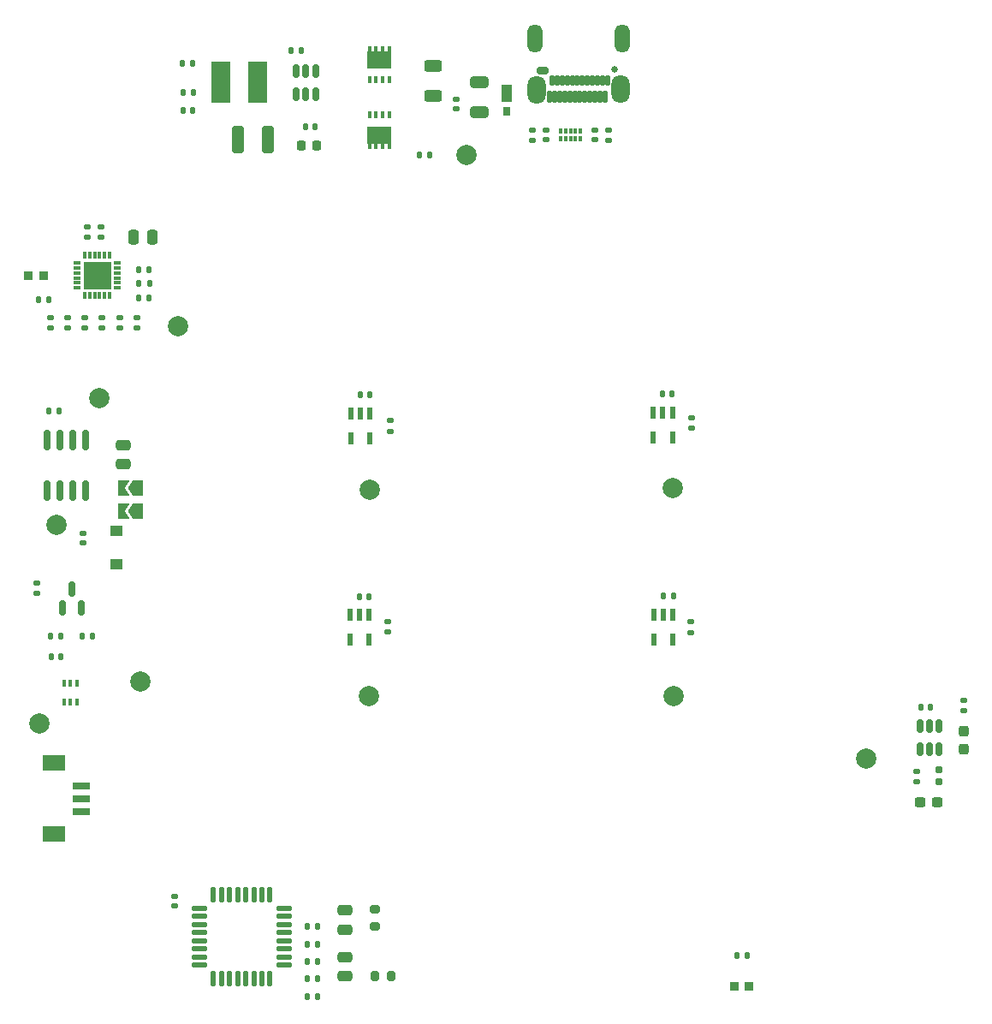
<source format=gbr>
%TF.GenerationSoftware,KiCad,Pcbnew,7.0.2*%
%TF.CreationDate,2024-06-02T17:27:24+02:00*%
%TF.ProjectId,Podgrzewacz,506f6467-727a-4657-9761-637a2e6b6963,rev?*%
%TF.SameCoordinates,Original*%
%TF.FileFunction,Soldermask,Top*%
%TF.FilePolarity,Negative*%
%FSLAX46Y46*%
G04 Gerber Fmt 4.6, Leading zero omitted, Abs format (unit mm)*
G04 Created by KiCad (PCBNEW 7.0.2) date 2024-06-02 17:27:24*
%MOMM*%
%LPD*%
G01*
G04 APERTURE LIST*
G04 Aperture macros list*
%AMRoundRect*
0 Rectangle with rounded corners*
0 $1 Rounding radius*
0 $2 $3 $4 $5 $6 $7 $8 $9 X,Y pos of 4 corners*
0 Add a 4 corners polygon primitive as box body*
4,1,4,$2,$3,$4,$5,$6,$7,$8,$9,$2,$3,0*
0 Add four circle primitives for the rounded corners*
1,1,$1+$1,$2,$3*
1,1,$1+$1,$4,$5*
1,1,$1+$1,$6,$7*
1,1,$1+$1,$8,$9*
0 Add four rect primitives between the rounded corners*
20,1,$1+$1,$2,$3,$4,$5,0*
20,1,$1+$1,$4,$5,$6,$7,0*
20,1,$1+$1,$6,$7,$8,$9,0*
20,1,$1+$1,$8,$9,$2,$3,0*%
%AMFreePoly0*
4,1,6,1.000000,0.000000,0.500000,-0.750000,-0.500000,-0.750000,-0.500000,0.750000,0.500000,0.750000,1.000000,0.000000,1.000000,0.000000,$1*%
%AMFreePoly1*
4,1,6,0.500000,-0.750000,-0.650000,-0.750000,-0.150000,0.000000,-0.650000,0.750000,0.500000,0.750000,0.500000,-0.750000,0.500000,-0.750000,$1*%
G04 Aperture macros list end*
%ADD10C,0.010000*%
%ADD11RoundRect,0.140000X0.170000X-0.140000X0.170000X0.140000X-0.170000X0.140000X-0.170000X-0.140000X0*%
%ADD12C,2.000000*%
%ADD13RoundRect,0.125000X0.625000X0.125000X-0.625000X0.125000X-0.625000X-0.125000X0.625000X-0.125000X0*%
%ADD14RoundRect,0.125000X0.125000X0.625000X-0.125000X0.625000X-0.125000X-0.625000X0.125000X-0.625000X0*%
%ADD15RoundRect,0.135000X0.135000X0.185000X-0.135000X0.185000X-0.135000X-0.185000X0.135000X-0.185000X0*%
%ADD16RoundRect,0.135000X-0.135000X-0.185000X0.135000X-0.185000X0.135000X0.185000X-0.135000X0.185000X0*%
%ADD17RoundRect,0.237500X0.237500X-0.300000X0.237500X0.300000X-0.237500X0.300000X-0.237500X-0.300000X0*%
%ADD18RoundRect,0.140000X0.140000X0.170000X-0.140000X0.170000X-0.140000X-0.170000X0.140000X-0.170000X0*%
%ADD19RoundRect,0.135000X-0.185000X0.135000X-0.185000X-0.135000X0.185000X-0.135000X0.185000X0.135000X0*%
%ADD20R,0.762000X0.965200*%
%ADD21R,0.990600X1.701800*%
%ADD22RoundRect,0.150000X0.150000X-0.512500X0.150000X0.512500X-0.150000X0.512500X-0.150000X-0.512500X0*%
%ADD23RoundRect,0.140000X-0.140000X-0.170000X0.140000X-0.170000X0.140000X0.170000X-0.140000X0.170000X0*%
%ADD24RoundRect,0.135000X0.185000X-0.135000X0.185000X0.135000X-0.185000X0.135000X-0.185000X-0.135000X0*%
%ADD25RoundRect,0.140000X-0.170000X0.140000X-0.170000X-0.140000X0.170000X-0.140000X0.170000X0.140000X0*%
%ADD26R,0.420000X0.700000*%
%ADD27R,0.420000X0.540000*%
%ADD28R,2.370000X1.710000*%
%ADD29R,1.800000X0.700000*%
%ADD30R,2.200000X1.600000*%
%ADD31R,0.568000X1.258799*%
%ADD32RoundRect,0.250000X0.475000X-0.250000X0.475000X0.250000X-0.475000X0.250000X-0.475000X-0.250000X0*%
%ADD33RoundRect,0.200000X-0.275000X0.200000X-0.275000X-0.200000X0.275000X-0.200000X0.275000X0.200000X0*%
%ADD34R,0.950000X0.950000*%
%ADD35RoundRect,0.250000X0.650000X-0.325000X0.650000X0.325000X-0.650000X0.325000X-0.650000X-0.325000X0*%
%ADD36RoundRect,0.237500X-0.300000X-0.237500X0.300000X-0.237500X0.300000X0.237500X-0.300000X0.237500X0*%
%ADD37R,0.400000X0.650000*%
%ADD38R,0.300000X0.550000*%
%ADD39R,0.400000X0.550000*%
%ADD40RoundRect,0.150000X-0.150000X0.825000X-0.150000X-0.825000X0.150000X-0.825000X0.150000X0.825000X0*%
%ADD41RoundRect,0.225000X0.225000X0.250000X-0.225000X0.250000X-0.225000X-0.250000X0.225000X-0.250000X0*%
%ADD42RoundRect,0.250000X-0.325000X-1.100000X0.325000X-1.100000X0.325000X1.100000X-0.325000X1.100000X0*%
%ADD43RoundRect,0.150000X0.150000X-0.587500X0.150000X0.587500X-0.150000X0.587500X-0.150000X-0.587500X0*%
%ADD44C,0.630000*%
%ADD45C,0.530000*%
%ADD46RoundRect,0.102000X-0.135000X0.450000X-0.135000X-0.450000X0.135000X-0.450000X0.135000X0.450000X0*%
%ADD47RoundRect,0.102000X-0.135000X0.400000X-0.135000X-0.400000X0.135000X-0.400000X0.135000X0.400000X0*%
%ADD48O,1.504000X2.804000*%
%ADD49O,1.804000X2.804000*%
%ADD50R,1.850000X4.100000*%
%ADD51RoundRect,0.250000X-0.475000X0.250000X-0.475000X-0.250000X0.475000X-0.250000X0.475000X0.250000X0*%
%ADD52FreePoly0,180.000000*%
%ADD53FreePoly1,180.000000*%
%ADD54RoundRect,0.250000X0.625000X-0.312500X0.625000X0.312500X-0.625000X0.312500X-0.625000X-0.312500X0*%
%ADD55RoundRect,0.160000X-0.160000X0.197500X-0.160000X-0.197500X0.160000X-0.197500X0.160000X0.197500X0*%
%ADD56R,0.800000X0.300000*%
%ADD57R,0.300000X0.800000*%
%ADD58R,2.750000X2.750000*%
%ADD59RoundRect,0.200000X0.200000X0.275000X-0.200000X0.275000X-0.200000X-0.275000X0.200000X-0.275000X0*%
%ADD60R,1.170000X1.030000*%
%ADD61RoundRect,0.250000X-0.250000X-0.475000X0.250000X-0.475000X0.250000X0.475000X-0.250000X0.475000X0*%
G04 APERTURE END LIST*
%TO.C,J1*%
D10*
X153239000Y-64551000D02*
X153259000Y-64552000D01*
X153278000Y-64555000D01*
X153297000Y-64558000D01*
X153316000Y-64563000D01*
X153334000Y-64568000D01*
X153353000Y-64575000D01*
X153370000Y-64582000D01*
X153388000Y-64590000D01*
X153405000Y-64600000D01*
X153422000Y-64610000D01*
X153437000Y-64621000D01*
X153453000Y-64632000D01*
X153468000Y-64645000D01*
X153482000Y-64658000D01*
X153495000Y-64672000D01*
X153508000Y-64687000D01*
X153519000Y-64703000D01*
X153530000Y-64718000D01*
X153540000Y-64735000D01*
X153550000Y-64752000D01*
X153558000Y-64770000D01*
X153565000Y-64787000D01*
X153572000Y-64806000D01*
X153577000Y-64824000D01*
X153582000Y-64843000D01*
X153585000Y-64862000D01*
X153588000Y-64881000D01*
X153589000Y-64901000D01*
X153590000Y-64920000D01*
X153590000Y-64939000D01*
X153588000Y-64958000D01*
X153586000Y-64976000D01*
X153582000Y-64995000D01*
X153578000Y-65013000D01*
X153572000Y-65031000D01*
X153566000Y-65049000D01*
X153559000Y-65066000D01*
X153551000Y-65083000D01*
X153542000Y-65100000D01*
X153532000Y-65116000D01*
X153521000Y-65132000D01*
X153510000Y-65147000D01*
X153498000Y-65161000D01*
X153485000Y-65175000D01*
X153471000Y-65188000D01*
X153457000Y-65200000D01*
X153442000Y-65211000D01*
X153426000Y-65222000D01*
X153410000Y-65232000D01*
X153393000Y-65241000D01*
X153376000Y-65249000D01*
X153359000Y-65256000D01*
X153341000Y-65262000D01*
X153323000Y-65268000D01*
X153305000Y-65272000D01*
X153286000Y-65276000D01*
X153268000Y-65278000D01*
X153249000Y-65280000D01*
X153230000Y-65280000D01*
X153020000Y-65280000D01*
X152850000Y-65280000D01*
X152831000Y-65279000D01*
X152811000Y-65278000D01*
X152792000Y-65275000D01*
X152773000Y-65272000D01*
X152754000Y-65267000D01*
X152736000Y-65262000D01*
X152717000Y-65255000D01*
X152700000Y-65248000D01*
X152682000Y-65240000D01*
X152665000Y-65230000D01*
X152648000Y-65220000D01*
X152633000Y-65209000D01*
X152617000Y-65198000D01*
X152602000Y-65185000D01*
X152588000Y-65172000D01*
X152575000Y-65158000D01*
X152562000Y-65143000D01*
X152551000Y-65127000D01*
X152540000Y-65112000D01*
X152530000Y-65095000D01*
X152520000Y-65078000D01*
X152512000Y-65060000D01*
X152505000Y-65043000D01*
X152498000Y-65024000D01*
X152493000Y-65006000D01*
X152488000Y-64987000D01*
X152485000Y-64968000D01*
X152482000Y-64949000D01*
X152481000Y-64929000D01*
X152480000Y-64910000D01*
X152480000Y-64891000D01*
X152482000Y-64872000D01*
X152484000Y-64854000D01*
X152488000Y-64835000D01*
X152492000Y-64817000D01*
X152498000Y-64799000D01*
X152504000Y-64781000D01*
X152511000Y-64764000D01*
X152519000Y-64747000D01*
X152528000Y-64730000D01*
X152538000Y-64714000D01*
X152549000Y-64698000D01*
X152560000Y-64683000D01*
X152572000Y-64669000D01*
X152585000Y-64655000D01*
X152599000Y-64642000D01*
X152613000Y-64630000D01*
X152628000Y-64619000D01*
X152644000Y-64608000D01*
X152660000Y-64598000D01*
X152677000Y-64589000D01*
X152694000Y-64581000D01*
X152711000Y-64574000D01*
X152729000Y-64568000D01*
X152747000Y-64562000D01*
X152765000Y-64558000D01*
X152784000Y-64554000D01*
X152802000Y-64552000D01*
X152821000Y-64550000D01*
X152840000Y-64550000D01*
X153020000Y-64550000D01*
X153220000Y-64550000D01*
X153239000Y-64551000D01*
G36*
X153239000Y-64551000D02*
G01*
X153259000Y-64552000D01*
X153278000Y-64555000D01*
X153297000Y-64558000D01*
X153316000Y-64563000D01*
X153334000Y-64568000D01*
X153353000Y-64575000D01*
X153370000Y-64582000D01*
X153388000Y-64590000D01*
X153405000Y-64600000D01*
X153422000Y-64610000D01*
X153437000Y-64621000D01*
X153453000Y-64632000D01*
X153468000Y-64645000D01*
X153482000Y-64658000D01*
X153495000Y-64672000D01*
X153508000Y-64687000D01*
X153519000Y-64703000D01*
X153530000Y-64718000D01*
X153540000Y-64735000D01*
X153550000Y-64752000D01*
X153558000Y-64770000D01*
X153565000Y-64787000D01*
X153572000Y-64806000D01*
X153577000Y-64824000D01*
X153582000Y-64843000D01*
X153585000Y-64862000D01*
X153588000Y-64881000D01*
X153589000Y-64901000D01*
X153590000Y-64920000D01*
X153590000Y-64939000D01*
X153588000Y-64958000D01*
X153586000Y-64976000D01*
X153582000Y-64995000D01*
X153578000Y-65013000D01*
X153572000Y-65031000D01*
X153566000Y-65049000D01*
X153559000Y-65066000D01*
X153551000Y-65083000D01*
X153542000Y-65100000D01*
X153532000Y-65116000D01*
X153521000Y-65132000D01*
X153510000Y-65147000D01*
X153498000Y-65161000D01*
X153485000Y-65175000D01*
X153471000Y-65188000D01*
X153457000Y-65200000D01*
X153442000Y-65211000D01*
X153426000Y-65222000D01*
X153410000Y-65232000D01*
X153393000Y-65241000D01*
X153376000Y-65249000D01*
X153359000Y-65256000D01*
X153341000Y-65262000D01*
X153323000Y-65268000D01*
X153305000Y-65272000D01*
X153286000Y-65276000D01*
X153268000Y-65278000D01*
X153249000Y-65280000D01*
X153230000Y-65280000D01*
X153020000Y-65280000D01*
X152850000Y-65280000D01*
X152831000Y-65279000D01*
X152811000Y-65278000D01*
X152792000Y-65275000D01*
X152773000Y-65272000D01*
X152754000Y-65267000D01*
X152736000Y-65262000D01*
X152717000Y-65255000D01*
X152700000Y-65248000D01*
X152682000Y-65240000D01*
X152665000Y-65230000D01*
X152648000Y-65220000D01*
X152633000Y-65209000D01*
X152617000Y-65198000D01*
X152602000Y-65185000D01*
X152588000Y-65172000D01*
X152575000Y-65158000D01*
X152562000Y-65143000D01*
X152551000Y-65127000D01*
X152540000Y-65112000D01*
X152530000Y-65095000D01*
X152520000Y-65078000D01*
X152512000Y-65060000D01*
X152505000Y-65043000D01*
X152498000Y-65024000D01*
X152493000Y-65006000D01*
X152488000Y-64987000D01*
X152485000Y-64968000D01*
X152482000Y-64949000D01*
X152481000Y-64929000D01*
X152480000Y-64910000D01*
X152480000Y-64891000D01*
X152482000Y-64872000D01*
X152484000Y-64854000D01*
X152488000Y-64835000D01*
X152492000Y-64817000D01*
X152498000Y-64799000D01*
X152504000Y-64781000D01*
X152511000Y-64764000D01*
X152519000Y-64747000D01*
X152528000Y-64730000D01*
X152538000Y-64714000D01*
X152549000Y-64698000D01*
X152560000Y-64683000D01*
X152572000Y-64669000D01*
X152585000Y-64655000D01*
X152599000Y-64642000D01*
X152613000Y-64630000D01*
X152628000Y-64619000D01*
X152644000Y-64608000D01*
X152660000Y-64598000D01*
X152677000Y-64589000D01*
X152694000Y-64581000D01*
X152711000Y-64574000D01*
X152729000Y-64568000D01*
X152747000Y-64562000D01*
X152765000Y-64558000D01*
X152784000Y-64554000D01*
X152802000Y-64552000D01*
X152821000Y-64550000D01*
X152840000Y-64550000D01*
X153020000Y-64550000D01*
X153220000Y-64550000D01*
X153239000Y-64551000D01*
G37*
%TD*%
D11*
%TO.C,C8*%
X153420000Y-71760000D03*
X153420000Y-70800000D03*
%TD*%
D12*
%TO.C,TP11*%
X103250000Y-129500000D03*
%TD*%
D13*
%TO.C,U8*%
X127475000Y-153400000D03*
X127475000Y-152600000D03*
X127475000Y-151800000D03*
X127475000Y-151000000D03*
X127475000Y-150200000D03*
X127475000Y-149400000D03*
X127475000Y-148600000D03*
X127475000Y-147800000D03*
D14*
X126100000Y-146425000D03*
X125300000Y-146425000D03*
X124500000Y-146425000D03*
X123700000Y-146425000D03*
X122900000Y-146425000D03*
X122100000Y-146425000D03*
X121300000Y-146425000D03*
X120500000Y-146425000D03*
D13*
X119125000Y-147800000D03*
X119125000Y-148600000D03*
X119125000Y-149400000D03*
X119125000Y-150200000D03*
X119125000Y-151000000D03*
X119125000Y-151800000D03*
X119125000Y-152600000D03*
X119125000Y-153400000D03*
D14*
X120500000Y-154775000D03*
X121300000Y-154775000D03*
X122100000Y-154775000D03*
X122900000Y-154775000D03*
X123700000Y-154775000D03*
X124500000Y-154775000D03*
X125300000Y-154775000D03*
X126100000Y-154775000D03*
%TD*%
D15*
%TO.C,R33*%
X130790000Y-156500000D03*
X129770000Y-156500000D03*
%TD*%
D16*
%TO.C,R6*%
X117380000Y-64200000D03*
X118400000Y-64200000D03*
%TD*%
D12*
%TO.C,TP5*%
X166000000Y-126800000D03*
%TD*%
D16*
%TO.C,R32*%
X129770000Y-154762500D03*
X130790000Y-154762500D03*
%TD*%
D17*
%TO.C,C11*%
X194700000Y-132025000D03*
X194700000Y-130300000D03*
%TD*%
D18*
%TO.C,C28*%
X130760000Y-149600000D03*
X129800000Y-149600000D03*
%TD*%
D16*
%TO.C,R10*%
X103180000Y-87600000D03*
X104200000Y-87600000D03*
%TD*%
D19*
%TO.C,R11*%
X152020000Y-70800000D03*
X152020000Y-71820000D03*
%TD*%
D20*
%TO.C,CR1*%
X149500000Y-68965300D03*
D21*
X149500000Y-67200000D03*
%TD*%
D22*
%TO.C,U4*%
X190400000Y-132075000D03*
X191350000Y-132075000D03*
X192300000Y-132075000D03*
X192300000Y-129800000D03*
X191350000Y-129800000D03*
X190400000Y-129800000D03*
%TD*%
D11*
%TO.C,C9*%
X158220000Y-71760000D03*
X158220000Y-70800000D03*
%TD*%
D18*
%TO.C,C13*%
X118460000Y-68900000D03*
X117500000Y-68900000D03*
%TD*%
D23*
%TO.C,C10*%
X190500000Y-127900000D03*
X191460000Y-127900000D03*
%TD*%
D24*
%TO.C,R28*%
X106100000Y-90420000D03*
X106100000Y-89400000D03*
%TD*%
D19*
%TO.C,R3*%
X190100000Y-134280000D03*
X190100000Y-135300000D03*
%TD*%
D25*
%TO.C,C4*%
X107600000Y-110720000D03*
X107600000Y-111680000D03*
%TD*%
D18*
%TO.C,C24*%
X165880000Y-96900000D03*
X164920000Y-96900000D03*
%TD*%
D26*
%TO.C,Q3*%
X135925000Y-65850000D03*
X136575000Y-65850000D03*
X137225000Y-65850000D03*
X137875000Y-65850000D03*
D27*
X137875000Y-62770000D03*
X137225000Y-62770000D03*
X136575000Y-62770000D03*
X135925000Y-62770000D03*
D28*
X136900000Y-63895000D03*
%TD*%
D23*
%TO.C,C19*%
X113140000Y-84600000D03*
X114100000Y-84600000D03*
%TD*%
D12*
%TO.C,TP9*%
X135900000Y-126800000D03*
%TD*%
D29*
%TO.C,J3*%
X107400000Y-135700000D03*
X107400000Y-136950000D03*
X107400000Y-138200000D03*
D30*
X104700000Y-133450000D03*
X104700000Y-140450000D03*
%TD*%
D31*
%TO.C,U13*%
X165900000Y-98761600D03*
X164947500Y-98761600D03*
X163995000Y-98761600D03*
X163995000Y-101200000D03*
X165900000Y-101200000D03*
%TD*%
D26*
%TO.C,Q4*%
X137875000Y-69355000D03*
X137225000Y-69355000D03*
X136575000Y-69355000D03*
X135925000Y-69355000D03*
D27*
X135925000Y-72435000D03*
X136575000Y-72435000D03*
X137225000Y-72435000D03*
X137875000Y-72435000D03*
D28*
X136900000Y-71310000D03*
%TD*%
D16*
%TO.C,R7*%
X117480000Y-67100000D03*
X118500000Y-67100000D03*
%TD*%
D25*
%TO.C,C25*%
X116700000Y-146600000D03*
X116700000Y-147560000D03*
%TD*%
D31*
%TO.C,U12*%
X135900000Y-118800000D03*
X134947500Y-118800000D03*
X133995000Y-118800000D03*
X133995000Y-121238400D03*
X135900000Y-121238400D03*
%TD*%
D32*
%TO.C,C27*%
X133500000Y-154500000D03*
X133500000Y-152600000D03*
%TD*%
D33*
%TO.C,FB2*%
X136500000Y-147900000D03*
X136500000Y-149550000D03*
%TD*%
D18*
%TO.C,C14*%
X130560000Y-70500000D03*
X129600000Y-70500000D03*
%TD*%
D12*
%TO.C,TP7*%
X165900000Y-106200000D03*
%TD*%
D31*
%TO.C,U5*%
X165952500Y-118800000D03*
X165000000Y-118800000D03*
X164047500Y-118800000D03*
X164047500Y-121238400D03*
X165952500Y-121238400D03*
%TD*%
D34*
%TO.C,D5*%
X103700000Y-85200000D03*
X102200000Y-85200000D03*
%TD*%
D35*
%TO.C,C6*%
X146800000Y-69050000D03*
X146800000Y-66100000D03*
%TD*%
D19*
%TO.C,R18*%
X103000000Y-115600000D03*
X103000000Y-116620000D03*
%TD*%
D11*
%TO.C,C7*%
X144500000Y-68760000D03*
X144500000Y-67800000D03*
%TD*%
D12*
%TO.C,TP8*%
X185100000Y-133000000D03*
%TD*%
%TO.C,TP10*%
X117000000Y-90250000D03*
%TD*%
D19*
%TO.C,R14*%
X109400000Y-80400000D03*
X109400000Y-81420000D03*
%TD*%
D23*
%TO.C,C18*%
X113140000Y-87400000D03*
X114100000Y-87400000D03*
%TD*%
D18*
%TO.C,C22*%
X136000000Y-97000000D03*
X135040000Y-97000000D03*
%TD*%
D12*
%TO.C,TP6*%
X136000000Y-106400000D03*
%TD*%
D31*
%TO.C,U11*%
X136000000Y-98861600D03*
X135047500Y-98861600D03*
X134095000Y-98861600D03*
X134095000Y-101300000D03*
X136000000Y-101300000D03*
%TD*%
D16*
%TO.C,R1*%
X113145206Y-85992843D03*
X114165206Y-85992843D03*
%TD*%
D36*
%TO.C,D1*%
X190375000Y-137300000D03*
X192100000Y-137300000D03*
%TD*%
D37*
%TO.C,U3*%
X105700000Y-127400000D03*
X106350000Y-127400000D03*
X107000000Y-127400000D03*
X107000000Y-125500000D03*
X106350000Y-125500000D03*
X105700000Y-125500000D03*
%TD*%
D32*
%TO.C,C29*%
X133500000Y-149900000D03*
X133500000Y-148000000D03*
%TD*%
D19*
%TO.C,R25*%
X104400000Y-89400000D03*
X104400000Y-90420000D03*
%TD*%
D38*
%TO.C,U2*%
X154820000Y-71670000D03*
X155320000Y-71670000D03*
D39*
X155820000Y-71670000D03*
D38*
X156320000Y-71670000D03*
X156820000Y-71670000D03*
X156820000Y-70900000D03*
X156320000Y-70900000D03*
D39*
X155820000Y-70900000D03*
D38*
X155320000Y-70900000D03*
X154820000Y-70900000D03*
%TD*%
D40*
%TO.C,Q2*%
X107840000Y-101500000D03*
X106570000Y-101500000D03*
X105300000Y-101500000D03*
X104030000Y-101500000D03*
X104030000Y-106450000D03*
X105300000Y-106450000D03*
X106570000Y-106450000D03*
X107840000Y-106450000D03*
%TD*%
D41*
%TO.C,C1*%
X130700000Y-72400000D03*
X129150000Y-72400000D03*
%TD*%
D19*
%TO.C,R12*%
X159620000Y-70800000D03*
X159620000Y-71820000D03*
%TD*%
D16*
%TO.C,R13*%
X140880000Y-73300000D03*
X141900000Y-73300000D03*
%TD*%
D42*
%TO.C,C5*%
X122900000Y-71800000D03*
X125850000Y-71800000D03*
%TD*%
D43*
%TO.C,Q1*%
X105550000Y-118075000D03*
X107450000Y-118075000D03*
X106500000Y-116200000D03*
%TD*%
D19*
%TO.C,R24*%
X107800000Y-89400000D03*
X107800000Y-90420000D03*
%TD*%
D24*
%TO.C,R21*%
X137700000Y-120420000D03*
X137700000Y-119400000D03*
%TD*%
%TO.C,R15*%
X138000000Y-100600000D03*
X138000000Y-99580000D03*
%TD*%
D23*
%TO.C,C2*%
X104440000Y-122900000D03*
X105400000Y-122900000D03*
%TD*%
D24*
%TO.C,R4*%
X194700000Y-128225000D03*
X194700000Y-127205000D03*
%TD*%
D44*
%TO.C,J1*%
X160220000Y-64850000D03*
D45*
X153020000Y-64915000D03*
D46*
X159245000Y-67550000D03*
X158745000Y-67550000D03*
X158245000Y-67550000D03*
X157745000Y-67550000D03*
X157245000Y-67550000D03*
X156745000Y-67550000D03*
X156245000Y-67550000D03*
X155745000Y-67550000D03*
X155245000Y-67550000D03*
X154745000Y-67550000D03*
X154245000Y-67550000D03*
X153745000Y-67550000D03*
D47*
X153995000Y-65950000D03*
X154495000Y-65950000D03*
X154995000Y-65950000D03*
X155495000Y-65950000D03*
X155995000Y-65950000D03*
X156495000Y-65950000D03*
X156995000Y-65950000D03*
X157495000Y-65950000D03*
X157995000Y-65950000D03*
X158495000Y-65950000D03*
X158995000Y-65950000D03*
X159495000Y-65950000D03*
D48*
X160940000Y-61800000D03*
X152300000Y-61800000D03*
D49*
X160750903Y-66807377D03*
X152503200Y-66850000D03*
%TD*%
D12*
%TO.C,TP4*%
X105000000Y-109900000D03*
%TD*%
D50*
%TO.C,L1*%
X124900000Y-66100000D03*
X121250000Y-66100000D03*
%TD*%
D51*
%TO.C,C12*%
X111600000Y-102000000D03*
X111600000Y-103900000D03*
%TD*%
D15*
%TO.C,R16*%
X105220000Y-98600000D03*
X104200000Y-98600000D03*
%TD*%
D52*
%TO.C,JP1*%
X113000000Y-106200000D03*
D53*
X111550000Y-106200000D03*
%TD*%
D19*
%TO.C,R26*%
X111200000Y-89400000D03*
X111200000Y-90420000D03*
%TD*%
D12*
%TO.C,TP2*%
X145500000Y-73300000D03*
%TD*%
D24*
%TO.C,R20*%
X167700000Y-120500000D03*
X167700000Y-119480000D03*
%TD*%
D12*
%TO.C,TP1*%
X113300000Y-125400000D03*
%TD*%
D18*
%TO.C,C21*%
X166000000Y-116900000D03*
X165040000Y-116900000D03*
%TD*%
D54*
%TO.C,R30*%
X142250000Y-67425000D03*
X142250000Y-64500000D03*
%TD*%
D24*
%TO.C,R29*%
X112900000Y-90420000D03*
X112900000Y-89400000D03*
%TD*%
D22*
%TO.C,U1*%
X128700000Y-67300000D03*
X129650000Y-67300000D03*
X130600000Y-67300000D03*
X130600000Y-65025000D03*
X129650000Y-65025000D03*
X128700000Y-65025000D03*
%TD*%
D19*
%TO.C,R2*%
X108000000Y-80400000D03*
X108000000Y-81420000D03*
%TD*%
D55*
%TO.C,R5*%
X192300000Y-134100000D03*
X192300000Y-135295000D03*
%TD*%
D56*
%TO.C,IC1*%
X107000000Y-83950000D03*
X107000000Y-84450000D03*
X107000000Y-84950000D03*
X107000000Y-85450000D03*
X107000000Y-85950000D03*
X107000000Y-86450000D03*
D57*
X107750000Y-87200000D03*
X108250000Y-87200000D03*
X108750000Y-87200000D03*
X109250000Y-87200000D03*
X109750000Y-87200000D03*
X110250000Y-87200000D03*
D56*
X111000000Y-86450000D03*
X111000000Y-85950000D03*
X111000000Y-85450000D03*
X111000000Y-84950000D03*
X111000000Y-84450000D03*
X111000000Y-83950000D03*
D57*
X110250000Y-83200000D03*
X109750000Y-83200000D03*
X109250000Y-83200000D03*
X108750000Y-83200000D03*
X108250000Y-83200000D03*
X107750000Y-83200000D03*
D58*
X109000000Y-85200000D03*
%TD*%
D24*
%TO.C,R22*%
X167800000Y-100320000D03*
X167800000Y-99300000D03*
%TD*%
D23*
%TO.C,C3*%
X128200000Y-63000000D03*
X129160000Y-63000000D03*
%TD*%
D59*
%TO.C,FB1*%
X138100000Y-154500000D03*
X136450000Y-154500000D03*
%TD*%
D15*
%TO.C,R17*%
X105420000Y-120900000D03*
X104400000Y-120900000D03*
%TD*%
D60*
%TO.C,D7*%
X110900000Y-110500000D03*
X110900000Y-113800000D03*
%TD*%
D52*
%TO.C,JP2*%
X113000000Y-108500000D03*
D53*
X111550000Y-108500000D03*
%TD*%
D12*
%TO.C,TP3*%
X109200000Y-97300000D03*
%TD*%
D61*
%TO.C,C17*%
X112600000Y-81400000D03*
X114500000Y-81400000D03*
%TD*%
D24*
%TO.C,R27*%
X109500000Y-90420000D03*
X109500000Y-89400000D03*
%TD*%
D18*
%TO.C,C23*%
X135880000Y-117000000D03*
X134920000Y-117000000D03*
%TD*%
D15*
%TO.C,R9*%
X108520000Y-120900000D03*
X107500000Y-120900000D03*
%TD*%
D34*
%TO.C,D6*%
X172000000Y-155500000D03*
X173500000Y-155500000D03*
%TD*%
D15*
%TO.C,R23*%
X173300000Y-152500000D03*
X172280000Y-152500000D03*
%TD*%
D18*
%TO.C,C30*%
X130760000Y-151317500D03*
X129800000Y-151317500D03*
%TD*%
%TO.C,C20*%
X130760000Y-153035000D03*
X129800000Y-153035000D03*
%TD*%
M02*

</source>
